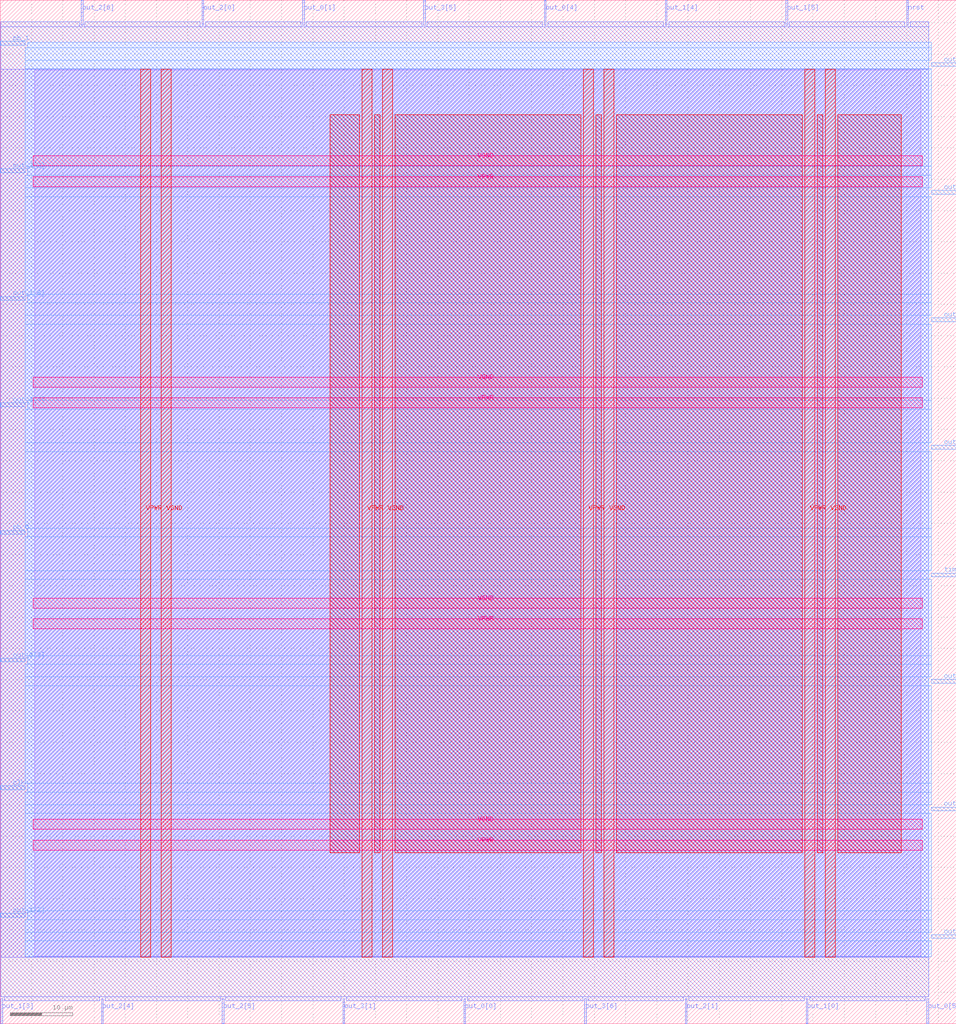
<source format=lef>
VERSION 5.7 ;
  NOWIREEXTENSIONATPIN ON ;
  DIVIDERCHAR "/" ;
  BUSBITCHARS "[]" ;
MACRO stopwatch
  CLASS BLOCK ;
  FOREIGN stopwatch ;
  ORIGIN 0.000 0.000 ;
  SIZE 152.905 BY 163.625 ;
  PIN VGND
    DIRECTION INOUT ;
    USE GROUND ;
    PORT
      LAYER met4 ;
        RECT 25.725 10.640 27.325 152.560 ;
    END
    PORT
      LAYER met4 ;
        RECT 61.140 10.640 62.740 152.560 ;
    END
    PORT
      LAYER met4 ;
        RECT 96.555 10.640 98.155 152.560 ;
    END
    PORT
      LAYER met4 ;
        RECT 131.970 10.640 133.570 152.560 ;
    END
    PORT
      LAYER met5 ;
        RECT 5.280 31.060 147.440 32.660 ;
    END
    PORT
      LAYER met5 ;
        RECT 5.280 66.420 147.440 68.020 ;
    END
    PORT
      LAYER met5 ;
        RECT 5.280 101.780 147.440 103.380 ;
    END
    PORT
      LAYER met5 ;
        RECT 5.280 137.140 147.440 138.740 ;
    END
  END VGND
  PIN VPWR
    DIRECTION INOUT ;
    USE POWER ;
    PORT
      LAYER met4 ;
        RECT 22.425 10.640 24.025 152.560 ;
    END
    PORT
      LAYER met4 ;
        RECT 57.840 10.640 59.440 152.560 ;
    END
    PORT
      LAYER met4 ;
        RECT 93.255 10.640 94.855 152.560 ;
    END
    PORT
      LAYER met4 ;
        RECT 128.670 10.640 130.270 152.560 ;
    END
    PORT
      LAYER met5 ;
        RECT 5.280 27.760 147.440 29.360 ;
    END
    PORT
      LAYER met5 ;
        RECT 5.280 63.120 147.440 64.720 ;
    END
    PORT
      LAYER met5 ;
        RECT 5.280 98.480 147.440 100.080 ;
    END
    PORT
      LAYER met5 ;
        RECT 5.280 133.840 147.440 135.440 ;
    END
  END VPWR
  PIN clk
    DIRECTION INPUT ;
    USE SIGNAL ;
    ANTENNAGATEAREA 0.852000 ;
    PORT
      LAYER met3 ;
        RECT 0.000 37.440 4.000 38.040 ;
    END
  END clk
  PIN nrst
    DIRECTION INPUT ;
    USE SIGNAL ;
    ANTENNAGATEAREA 0.196500 ;
    PORT
      LAYER met2 ;
        RECT 144.990 159.625 145.270 163.625 ;
    END
  END nrst
  PIN out_0[0]
    DIRECTION OUTPUT TRISTATE ;
    USE SIGNAL ;
    ANTENNADIFFAREA 0.795200 ;
    PORT
      LAYER met2 ;
        RECT 74.150 0.000 74.430 4.000 ;
    END
  END out_0[0]
  PIN out_0[1]
    DIRECTION OUTPUT TRISTATE ;
    USE SIGNAL ;
    ANTENNADIFFAREA 0.795200 ;
    PORT
      LAYER met2 ;
        RECT 48.390 159.625 48.670 163.625 ;
    END
  END out_0[1]
  PIN out_0[2]
    DIRECTION OUTPUT TRISTATE ;
    USE SIGNAL ;
    ANTENNADIFFAREA 0.795200 ;
    PORT
      LAYER met3 ;
        RECT 0.000 57.840 4.000 58.440 ;
    END
  END out_0[2]
  PIN out_0[3]
    DIRECTION OUTPUT TRISTATE ;
    USE SIGNAL ;
    ANTENNADIFFAREA 0.795200 ;
    PORT
      LAYER met3 ;
        RECT 148.905 54.440 152.905 55.040 ;
    END
  END out_0[3]
  PIN out_0[4]
    DIRECTION OUTPUT TRISTATE ;
    USE SIGNAL ;
    ANTENNADIFFAREA 0.795200 ;
    PORT
      LAYER met2 ;
        RECT 87.030 159.625 87.310 163.625 ;
    END
  END out_0[4]
  PIN out_0[5]
    DIRECTION OUTPUT TRISTATE ;
    USE SIGNAL ;
    ANTENNADIFFAREA 0.795200 ;
    PORT
      LAYER met2 ;
        RECT 148.210 0.000 148.490 4.000 ;
    END
  END out_0[5]
  PIN out_0[6]
    DIRECTION OUTPUT TRISTATE ;
    USE SIGNAL ;
    ANTENNADIFFAREA 0.445500 ;
    PORT
      LAYER met3 ;
        RECT 148.905 91.840 152.905 92.440 ;
    END
  END out_0[6]
  PIN out_1[0]
    DIRECTION OUTPUT TRISTATE ;
    USE SIGNAL ;
    ANTENNADIFFAREA 0.795200 ;
    PORT
      LAYER met2 ;
        RECT 128.890 0.000 129.170 4.000 ;
    END
  END out_1[0]
  PIN out_1[1]
    DIRECTION OUTPUT TRISTATE ;
    USE SIGNAL ;
    ANTENNADIFFAREA 0.445500 ;
    PORT
      LAYER met3 ;
        RECT 148.905 112.240 152.905 112.840 ;
    END
  END out_1[1]
  PIN out_1[2]
    DIRECTION OUTPUT TRISTATE ;
    USE SIGNAL ;
    ANTENNADIFFAREA 0.795200 ;
    PORT
      LAYER met3 ;
        RECT 0.000 17.040 4.000 17.640 ;
    END
  END out_1[2]
  PIN out_1[3]
    DIRECTION OUTPUT TRISTATE ;
    USE SIGNAL ;
    ANTENNADIFFAREA 0.795200 ;
    PORT
      LAYER met2 ;
        RECT 0.090 0.000 0.370 4.000 ;
    END
  END out_1[3]
  PIN out_1[4]
    DIRECTION OUTPUT TRISTATE ;
    USE SIGNAL ;
    ANTENNADIFFAREA 0.795200 ;
    PORT
      LAYER met2 ;
        RECT 106.350 159.625 106.630 163.625 ;
    END
  END out_1[4]
  PIN out_1[5]
    DIRECTION OUTPUT TRISTATE ;
    USE SIGNAL ;
    ANTENNADIFFAREA 0.795200 ;
    PORT
      LAYER met2 ;
        RECT 125.670 159.625 125.950 163.625 ;
    END
  END out_1[5]
  PIN out_1[6]
    DIRECTION OUTPUT TRISTATE ;
    USE SIGNAL ;
    ANTENNADIFFAREA 0.795200 ;
    PORT
      LAYER met3 ;
        RECT 0.000 115.640 4.000 116.240 ;
    END
  END out_1[6]
  PIN out_2[0]
    DIRECTION OUTPUT TRISTATE ;
    USE SIGNAL ;
    ANTENNADIFFAREA 0.795200 ;
    PORT
      LAYER met2 ;
        RECT 32.290 159.625 32.570 163.625 ;
    END
  END out_2[0]
  PIN out_2[1]
    DIRECTION OUTPUT TRISTATE ;
    USE SIGNAL ;
    ANTENNADIFFAREA 0.795200 ;
    PORT
      LAYER met2 ;
        RECT 109.570 0.000 109.850 4.000 ;
    END
  END out_2[1]
  PIN out_2[2]
    DIRECTION OUTPUT TRISTATE ;
    USE SIGNAL ;
    ANTENNADIFFAREA 0.795200 ;
    PORT
      LAYER met3 ;
        RECT 0.000 136.040 4.000 136.640 ;
    END
  END out_2[2]
  PIN out_2[3]
    DIRECTION OUTPUT TRISTATE ;
    USE SIGNAL ;
    ANTENNADIFFAREA 0.445500 ;
    PORT
      LAYER met3 ;
        RECT 148.905 13.640 152.905 14.240 ;
    END
  END out_2[3]
  PIN out_2[4]
    DIRECTION OUTPUT TRISTATE ;
    USE SIGNAL ;
    ANTENNADIFFAREA 0.795200 ;
    PORT
      LAYER met2 ;
        RECT 16.190 0.000 16.470 4.000 ;
    END
  END out_2[4]
  PIN out_2[5]
    DIRECTION OUTPUT TRISTATE ;
    USE SIGNAL ;
    ANTENNADIFFAREA 0.795200 ;
    PORT
      LAYER met2 ;
        RECT 35.510 0.000 35.790 4.000 ;
    END
  END out_2[5]
  PIN out_2[6]
    DIRECTION OUTPUT TRISTATE ;
    USE SIGNAL ;
    ANTENNADIFFAREA 0.795200 ;
    PORT
      LAYER met2 ;
        RECT 12.970 159.625 13.250 163.625 ;
    END
  END out_2[6]
  PIN out_3[0]
    DIRECTION OUTPUT TRISTATE ;
    USE SIGNAL ;
    ANTENNADIFFAREA 0.795200 ;
    PORT
      LAYER met3 ;
        RECT 148.905 34.040 152.905 34.640 ;
    END
  END out_3[0]
  PIN out_3[1]
    DIRECTION OUTPUT TRISTATE ;
    USE SIGNAL ;
    ANTENNADIFFAREA 0.795200 ;
    PORT
      LAYER met2 ;
        RECT 54.830 0.000 55.110 4.000 ;
    END
  END out_3[1]
  PIN out_3[2]
    DIRECTION OUTPUT TRISTATE ;
    USE SIGNAL ;
    ANTENNADIFFAREA 0.445500 ;
    PORT
      LAYER met3 ;
        RECT 148.905 132.640 152.905 133.240 ;
    END
  END out_3[2]
  PIN out_3[3]
    DIRECTION OUTPUT TRISTATE ;
    USE SIGNAL ;
    ANTENNADIFFAREA 0.795200 ;
    PORT
      LAYER met3 ;
        RECT 148.905 153.040 152.905 153.640 ;
    END
  END out_3[3]
  PIN out_3[4]
    DIRECTION OUTPUT TRISTATE ;
    USE SIGNAL ;
    ANTENNADIFFAREA 0.795200 ;
    PORT
      LAYER met3 ;
        RECT 0.000 98.640 4.000 99.240 ;
    END
  END out_3[4]
  PIN out_3[5]
    DIRECTION OUTPUT TRISTATE ;
    USE SIGNAL ;
    ANTENNADIFFAREA 0.795200 ;
    PORT
      LAYER met2 ;
        RECT 67.710 159.625 67.990 163.625 ;
    END
  END out_3[5]
  PIN out_3[6]
    DIRECTION OUTPUT TRISTATE ;
    USE SIGNAL ;
    ANTENNADIFFAREA 0.795200 ;
    PORT
      LAYER met2 ;
        RECT 93.470 0.000 93.750 4.000 ;
    END
  END out_3[6]
  PIN pb_0
    DIRECTION INPUT ;
    USE SIGNAL ;
    ANTENNAGATEAREA 0.196500 ;
    PORT
      LAYER met3 ;
        RECT 0.000 78.240 4.000 78.840 ;
    END
  END pb_0
  PIN pb_1
    DIRECTION INPUT ;
    USE SIGNAL ;
    ANTENNAGATEAREA 0.196500 ;
    PORT
      LAYER met3 ;
        RECT 0.000 156.440 4.000 157.040 ;
    END
  END pb_1
  PIN time_done
    DIRECTION OUTPUT TRISTATE ;
    USE SIGNAL ;
    ANTENNADIFFAREA 0.445500 ;
    PORT
      LAYER met3 ;
        RECT 148.905 71.440 152.905 72.040 ;
    END
  END time_done
  OBS
      LAYER li1 ;
        RECT 5.520 10.795 147.200 152.405 ;
      LAYER met1 ;
        RECT 0.070 10.640 148.510 152.560 ;
      LAYER met2 ;
        RECT 0.100 159.345 12.690 160.210 ;
        RECT 13.530 159.345 32.010 160.210 ;
        RECT 32.850 159.345 48.110 160.210 ;
        RECT 48.950 159.345 67.430 160.210 ;
        RECT 68.270 159.345 86.750 160.210 ;
        RECT 87.590 159.345 106.070 160.210 ;
        RECT 106.910 159.345 125.390 160.210 ;
        RECT 126.230 159.345 144.710 160.210 ;
        RECT 145.550 159.345 148.480 160.210 ;
        RECT 0.100 4.280 148.480 159.345 ;
        RECT 0.650 3.670 15.910 4.280 ;
        RECT 16.750 3.670 35.230 4.280 ;
        RECT 36.070 3.670 54.550 4.280 ;
        RECT 55.390 3.670 73.870 4.280 ;
        RECT 74.710 3.670 93.190 4.280 ;
        RECT 94.030 3.670 109.290 4.280 ;
        RECT 110.130 3.670 128.610 4.280 ;
        RECT 129.450 3.670 147.930 4.280 ;
      LAYER met3 ;
        RECT 4.400 156.040 148.905 156.890 ;
        RECT 3.990 154.040 148.905 156.040 ;
        RECT 3.990 152.640 148.505 154.040 ;
        RECT 3.990 137.040 148.905 152.640 ;
        RECT 4.400 135.640 148.905 137.040 ;
        RECT 3.990 133.640 148.905 135.640 ;
        RECT 3.990 132.240 148.505 133.640 ;
        RECT 3.990 116.640 148.905 132.240 ;
        RECT 4.400 115.240 148.905 116.640 ;
        RECT 3.990 113.240 148.905 115.240 ;
        RECT 3.990 111.840 148.505 113.240 ;
        RECT 3.990 99.640 148.905 111.840 ;
        RECT 4.400 98.240 148.905 99.640 ;
        RECT 3.990 92.840 148.905 98.240 ;
        RECT 3.990 91.440 148.505 92.840 ;
        RECT 3.990 79.240 148.905 91.440 ;
        RECT 4.400 77.840 148.905 79.240 ;
        RECT 3.990 72.440 148.905 77.840 ;
        RECT 3.990 71.040 148.505 72.440 ;
        RECT 3.990 58.840 148.905 71.040 ;
        RECT 4.400 57.440 148.905 58.840 ;
        RECT 3.990 55.440 148.905 57.440 ;
        RECT 3.990 54.040 148.505 55.440 ;
        RECT 3.990 38.440 148.905 54.040 ;
        RECT 4.400 37.040 148.905 38.440 ;
        RECT 3.990 35.040 148.905 37.040 ;
        RECT 3.990 33.640 148.505 35.040 ;
        RECT 3.990 18.040 148.905 33.640 ;
        RECT 4.400 16.640 148.905 18.040 ;
        RECT 3.990 14.640 148.905 16.640 ;
        RECT 3.990 13.240 148.505 14.640 ;
        RECT 3.990 10.715 148.905 13.240 ;
      LAYER met4 ;
        RECT 52.735 27.375 57.440 145.345 ;
        RECT 59.840 27.375 60.740 145.345 ;
        RECT 63.140 27.375 92.855 145.345 ;
        RECT 95.255 27.375 96.155 145.345 ;
        RECT 98.555 27.375 128.270 145.345 ;
        RECT 130.670 27.375 131.570 145.345 ;
        RECT 133.970 27.375 144.145 145.345 ;
  END
END stopwatch
END LIBRARY


</source>
